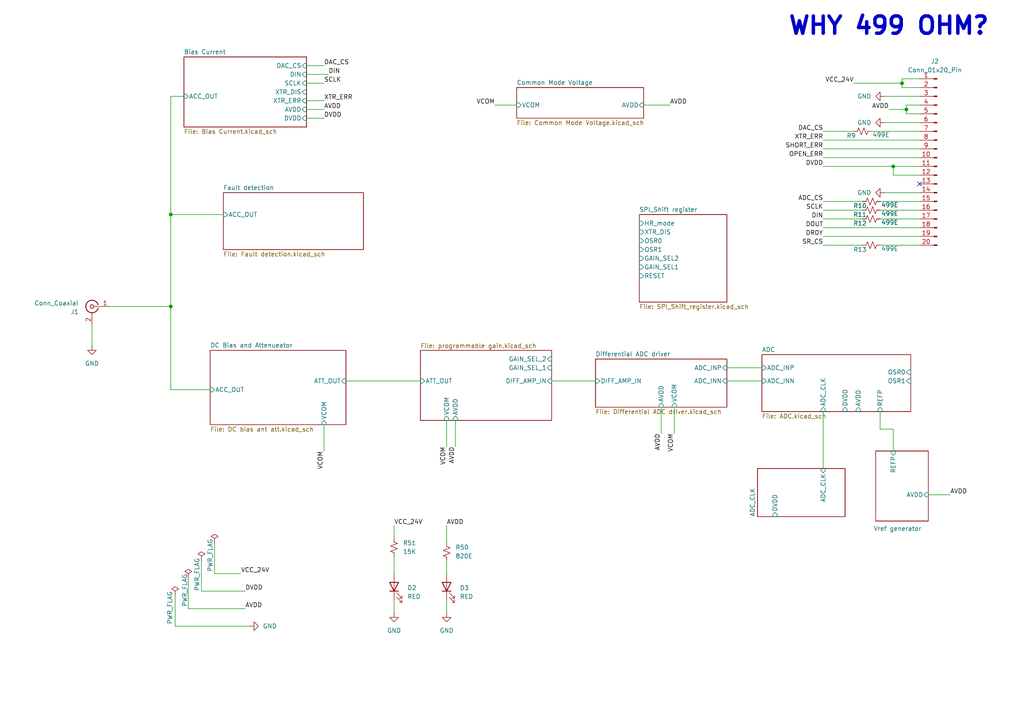
<source format=kicad_sch>
(kicad_sch (version 20231120) (generator "eeschema") (generator_version "8.0")
  (paper "A4")
  (lib_symbols
    (symbol "Connector:Conn_01x20_Pin" (pin_names (offset 1.016) hide)
      (property "Reference" "J" (at 0 25.4 0))
      (property "Value" "Conn_01x20_Pin" (at 0 -27.94 0))
      (symbol "Conn_01x20_Pin_1_1"
        (polyline (pts (xy 1.27 -25.4) (xy 0.8636 -25.4)) (stroke (width 0.1524)))
        (polyline (pts (xy 1.27 -22.86) (xy 0.8636 -22.86)) (stroke (width 0.1524)))
        (polyline (pts (xy 1.27 -20.32) (xy 0.8636 -20.32)) (stroke (width 0.1524)))
        (polyline (pts (xy 1.27 -17.78) (xy 0.8636 -17.78)) (stroke (width 0.1524)))
        (polyline (pts (xy 1.27 -15.24) (xy 0.8636 -15.24)) (stroke (width 0.1524)))
        (polyline (pts (xy 1.27 -12.7) (xy 0.8636 -12.7)) (stroke (width 0.1524)))
        (polyline (pts (xy 1.27 -10.16) (xy 0.8636 -10.16)) (stroke (width 0.1524)))
        (polyline (pts (xy 1.27 -7.62) (xy 0.8636 -7.62)) (stroke (width 0.1524)))
        (polyline (pts (xy 1.27 -5.08) (xy 0.8636 -5.08)) (stroke (width 0.1524)))
        (polyline (pts (xy 1.27 -2.54) (xy 0.8636 -2.54)) (stroke (width 0.1524)))
        (polyline (pts (xy 1.27 0) (xy 0.8636 0)) (stroke (width 0.1524)))
        (polyline (pts (xy 1.27 2.54) (xy 0.8636 2.54)) (stroke (width 0.1524)))
        (polyline (pts (xy 1.27 5.08) (xy 0.8636 5.08)) (stroke (width 0.1524)))
        (polyline (pts (xy 1.27 7.62) (xy 0.8636 7.62)) (stroke (width 0.1524)))
        (polyline (pts (xy 1.27 10.16) (xy 0.8636 10.16)) (stroke (width 0.1524)))
        (polyline (pts (xy 1.27 12.7) (xy 0.8636 12.7)) (stroke (width 0.1524)))
        (polyline (pts (xy 1.27 15.24) (xy 0.8636 15.24)) (stroke (width 0.1524)))
        (polyline (pts (xy 1.27 17.78) (xy 0.8636 17.78)) (stroke (width 0.1524)))
        (polyline (pts (xy 1.27 20.32) (xy 0.8636 20.32)) (stroke (width 0.1524)))
        (polyline (pts (xy 1.27 22.86) (xy 0.8636 22.86)) (stroke (width 0.1524)))
        (rectangle (start 0.8636 -25.273) (end 0 -25.527) (stroke (width 0.1524)) (fill (type outline)))
        (rectangle (start 0.8636 -22.733) (end 0 -22.987) (stroke (width 0.1524)) (fill (type outline)))
        (rectangle (start 0.8636 -20.193) (end 0 -20.447) (stroke (width 0.1524)) (fill (type outline)))
        (rectangle (start 0.8636 -17.653) (end 0 -17.907) (stroke (width 0.1524)) (fill (type outline)))
        (rectangle (start 0.8636 -15.113) (end 0 -15.367) (stroke (width 0.1524)) (fill (type outline)))
        (rectangle (start 0.8636 -12.573) (end 0 -12.827) (stroke (width 0.1524)) (fill (type outline)))
        (rectangle (start 0.8636 -10.033) (end 0 -10.287) (stroke (width 0.1524)) (fill (type outline)))
        (rectangle (start 0.8636 -7.493) (end 0 -7.747) (stroke (width 0.1524)) (fill (type outline)))
        (rectangle (start 0.8636 -4.953) (end 0 -5.207) (stroke (width 0.1524)) (fill (type outline)))
        (rectangle (start 0.8636 -2.413) (end 0 -2.667) (stroke (width 0.1524)) (fill (type outline)))
        (rectangle (start 0.8636 0.127) (end 0 -0.127) (stroke (width 0.1524)) (fill (type outline)))
        (rectangle (start 0.8636 2.667) (end 0 2.413) (stroke (width 0.1524)) (fill (type outline)))
        (rectangle (start 0.8636 5.207) (end 0 4.953) (stroke (width 0.1524)) (fill (type outline)))
        (rectangle (start 0.8636 7.747) (end 0 7.493) (stroke (width 0.1524)) (fill (type outline)))
        (rectangle (start 0.8636 10.287) (end 0 10.033) (stroke (width 0.1524)) (fill (type outline)))
        (rectangle (start 0.8636 12.827) (end 0 12.573) (stroke (width 0.1524)) (fill (type outline)))
        (rectangle (start 0.8636 15.367) (end 0 15.113) (stroke (width 0.1524)) (fill (type outline)))
        (rectangle (start 0.8636 17.907) (end 0 17.653) (stroke (width 0.1524)) (fill (type outline)))
        (rectangle (start 0.8636 20.447) (end 0 20.193) (stroke (width 0.1524)) (fill (type outline)))
        (rectangle (start 0.8636 22.987) (end 0 22.733) (stroke (width 0.1524)) (fill (type outline)))
        (pin passive line (at 5.08 22.86 180) (length 3.81) (name "Pin_1") (number "1"))
        (pin passive line (at 5.08 0 180) (length 3.81) (name "Pin_10") (number "10"))
        (pin passive line (at 5.08 -2.54 180) (length 3.81) (name "Pin_11") (number "11"))
        (pin passive line (at 5.08 -5.08 180) (length 3.81) (name "Pin_12") (number "12"))
        (pin passive line (at 5.08 -7.62 180) (length 3.81) (name "Pin_13") (number "13"))
        (pin passive line (at 5.08 -10.16 180) (length 3.81) (name "Pin_14") (number "14"))
        (pin passive line (at 5.08 -12.7 180) (length 3.81) (name "Pin_15") (number "15"))
        (pin passive line (at 5.08 -15.24 180) (length 3.81) (name "Pin_16") (number "16"))
        (pin passive line (at 5.08 -17.78 180) (length 3.81) (name "Pin_17") (number "17"))
        (pin passive line (at 5.08 -20.32 180) (length 3.81) (name "Pin_18") (number "18"))
        (pin passive line (at 5.08 -22.86 180) (length 3.81) (name "Pin_19") (number "19"))
        (pin passive line (at 5.08 20.32 180) (length 3.81) (name "Pin_2") (number "2"))
        (pin passive line (at 5.08 -25.4 180) (length 3.81) (name "Pin_20") (number "20"))
        (pin passive line (at 5.08 17.78 180) (length 3.81) (name "Pin_3") (number "3"))
        (pin passive line (at 5.08 15.24 180) (length 3.81) (name "Pin_4") (number "4"))
        (pin passive line (at 5.08 12.7 180) (length 3.81) (name "Pin_5") (number "5"))
        (pin passive line (at 5.08 10.16 180) (length 3.81) (name "Pin_6") (number "6"))
        (pin passive line (at 5.08 7.62 180) (length 3.81) (name "Pin_7") (number "7"))
        (pin passive line (at 5.08 5.08 180) (length 3.81) (name "Pin_8") (number "8"))
        (pin passive line (at 5.08 2.54 180) (length 3.81) (name "Pin_9") (number "9"))
      )
    )
    (symbol "Connector:Conn_Coaxial" (pin_names (offset 1.016) hide)
      (property "Reference" "J" (at 0.254 3.048 0))
      (property "Value" "Conn_Coaxial" (at 2.921 0 90))
      (symbol "Conn_Coaxial_0_1"
        (arc (start -1.778 -0.508) (mid 0.2311 -1.8066) (end 1.778 0) (stroke (width 0.254)))
        (polyline (pts (xy -2.54 0) (xy -0.508 0)))
        (polyline (pts (xy 0 -2.54) (xy 0 -1.778)))
        (circle (center 0 0) (radius 0.508) (stroke (width 0.2032)))
        (arc (start 1.778 0) (mid 0.2099 1.8101) (end -1.778 0.508) (stroke (width 0.254)))
      )
      (symbol "Conn_Coaxial_1_1"
        (pin passive line (at -5.08 0 0) (length 2.54) (name "In") (number "1"))
        (pin passive line (at 0 -5.08 90) (length 2.54) (name "Ext") (number "2"))
      )
    )
    (symbol "Device:LED" (pin_numbers hide) (pin_names (offset 1.016) hide)
      (property "Reference" "D" (at 0 2.54 0))
      (property "Value" "LED" (at 0 -2.54 0))
      (symbol "LED_0_1"
        (polyline (pts (xy -1.27 -1.27) (xy -1.27 1.27)) (stroke (width 0.254)))
        (polyline (pts (xy -1.27 0) (xy 1.27 0)))
        (polyline (pts (xy 1.27 -1.27) (xy 1.27 1.27) (xy -1.27 0) (xy 1.27 -1.27)) (stroke (width 0.254)))
        (polyline (pts (xy -3.048 -0.762) (xy -4.572 -2.286) (xy -3.81 -2.286) (xy -4.572 -2.286) (xy -4.572 -1.524)))
        (polyline (pts (xy -1.778 -0.762) (xy -3.302 -2.286) (xy -2.54 -2.286) (xy -3.302 -2.286) (xy -3.302 -1.524)))
      )
      (symbol "LED_1_1"
        (pin passive line (at -3.81 0 0) (length 2.54) (name "K") (number "1"))
        (pin passive line (at 3.81 0 180) (length 2.54) (name "A") (number "2"))
      )
    )
    (symbol "Device:R_Small_US" (pin_numbers hide) (pin_names (offset 0.254) hide)
      (property "Reference" "R" (at 0.762 0.508 0))
      (property "Value" "R_Small_US" (at 0.762 -1.016 0))
      (symbol "R_Small_US_1_1"
        (polyline (pts (xy 0 0) (xy 1.016 -0.381) (xy 0 -0.762) (xy -1.016 -1.143) (xy 0 -1.524)))
        (polyline (pts (xy 0 1.524) (xy 1.016 1.143) (xy 0 0.762) (xy -1.016 0.381) (xy 0 0)))
        (pin passive line (at 0 2.54 270) (length 1.016) (name "~") (number "1"))
        (pin passive line (at 0 -2.54 90) (length 1.016) (name "~") (number "2"))
      )
    )
    (symbol "power:GND" (power) (pin_numbers hide) (pin_names (offset 0) hide)
      (property "Value" "GND" (at 0 -3.81 0))
      (symbol "GND_0_1"
        (polyline (pts (xy 0 0) (xy 0 -1.27) (xy 1.27 -1.27) (xy 0 -2.54) (xy -1.27 -1.27) (xy 0 -1.27)))
      )
      (symbol "GND_1_1"
        (pin power_in line (at 0 0 270) (length 0) (name "~") (number "1"))
      )
    )
    (symbol "power:PWR_FLAG" (power) (pin_numbers hide) (pin_names (offset 0) hide)
      (property "Value" "PWR_FLAG" (at 0 3.81 0))
      (symbol "PWR_FLAG_0_0"
        (pin power_out line (at 0 0 90) (length 0) (name "~") (number "1"))
      )
      (symbol "PWR_FLAG_0_1"
        (polyline (pts (xy 0 0) (xy 0 1.27) (xy -1.016 1.905) (xy 0 2.54) (xy 1.016 1.905) (xy 0 1.27)))
      )
    )
  )
  (junction (at 49.53 88.9))
  (junction (at 261.62 24.13))
  (junction (at 262.89 31.75))
  (junction (at 49.53 62.23))
  (junction (at 259.08 48.26))
  (no_connect (at 266.7 53.34))
  (wire (pts (xy 195.58 118.11) (xy 195.58 125.73)))
  (wire (pts (xy 49.53 62.23) (xy 49.53 88.9)))
  (wire (pts (xy 255.27 60.96) (xy 266.7 60.96)))
  (wire (pts (xy 129.54 173.99) (xy 129.54 177.8)))
  (wire (pts (xy 132.08 121.92) (xy 132.08 129.54)))
  (wire (pts (xy 238.76 71.12) (xy 250.19 71.12)))
  (wire (pts (xy 88.9 29.21) (xy 93.98 29.21)))
  (wire (pts (xy 255.27 71.12) (xy 266.7 71.12)))
  (wire (pts (xy 114.3 161.29) (xy 114.3 166.37)))
  (wire (pts (xy 255.27 58.42) (xy 266.7 58.42)))
  (wire (pts (xy 93.98 123.19) (xy 93.98 130.81)))
  (wire (pts (xy 210.82 110.49) (xy 220.98 110.49)))
  (wire (pts (xy 256.54 55.88) (xy 266.7 55.88)))
  (wire (pts (xy 54.61 176.53) (xy 71.12 176.53)))
  (wire (pts (xy 50.8 172.72) (xy 50.8 181.61)))
  (wire (pts (xy 88.9 34.29) (xy 93.98 34.29)))
  (wire (pts (xy 129.54 121.92) (xy 129.54 129.54)))
  (wire (pts (xy 58.42 171.45) (xy 71.12 171.45)))
  (wire (pts (xy 49.53 62.23) (xy 64.77 62.23)))
  (wire (pts (xy 255.27 63.5) (xy 266.7 63.5)))
  (wire (pts (xy 238.76 60.96) (xy 250.19 60.96)))
  (wire (pts (xy 31.75 88.9) (xy 49.53 88.9)))
  (wire (pts (xy 262.89 33.02) (xy 266.7 33.02)))
  (wire (pts (xy 266.7 30.48) (xy 262.89 30.48)))
  (wire (pts (xy 261.62 25.4) (xy 261.62 24.13)))
  (wire (pts (xy 261.62 22.86) (xy 266.7 22.86)))
  (wire (pts (xy 50.8 181.61) (xy 72.39 181.61)))
  (wire (pts (xy 238.76 40.64) (xy 266.7 40.64)))
  (wire (pts (xy 129.54 152.4) (xy 129.54 157.48)))
  (wire (pts (xy 238.76 43.18) (xy 266.7 43.18)))
  (wire (pts (xy 49.53 113.03) (xy 49.53 88.9)))
  (wire (pts (xy 238.76 63.5) (xy 250.19 63.5)))
  (wire (pts (xy 54.61 167.64) (xy 54.61 176.53)))
  (wire (pts (xy 160.02 110.49) (xy 172.72 110.49)))
  (wire (pts (xy 262.89 30.48) (xy 262.89 31.75)))
  (wire (pts (xy 60.96 113.03) (xy 49.53 113.03)))
  (wire (pts (xy 259.08 50.8) (xy 259.08 48.26)))
  (wire (pts (xy 247.65 24.13) (xy 261.62 24.13)))
  (wire (pts (xy 88.9 21.59) (xy 95.25 21.59)))
  (wire (pts (xy 255.27 124.46) (xy 255.27 119.38)))
  (wire (pts (xy 256.54 27.94) (xy 266.7 27.94)))
  (wire (pts (xy 238.76 45.72) (xy 266.7 45.72)))
  (wire (pts (xy 259.08 130.81) (xy 259.08 124.46)))
  (wire (pts (xy 53.34 27.94) (xy 49.53 27.94)))
  (wire (pts (xy 259.08 124.46) (xy 255.27 124.46)))
  (wire (pts (xy 114.3 152.4) (xy 114.3 156.21)))
  (wire (pts (xy 238.76 68.58) (xy 266.7 68.58)))
  (wire (pts (xy 266.7 25.4) (xy 261.62 25.4)))
  (wire (pts (xy 256.54 35.56) (xy 266.7 35.56)))
  (wire (pts (xy 143.51 30.48) (xy 149.86 30.48)))
  (wire (pts (xy 261.62 24.13) (xy 261.62 22.86)))
  (wire (pts (xy 257.81 31.75) (xy 262.89 31.75)))
  (wire (pts (xy 262.89 31.75) (xy 262.89 33.02)))
  (wire (pts (xy 191.77 118.11) (xy 191.77 125.73)))
  (wire (pts (xy 26.67 93.98) (xy 26.67 100.33)))
  (wire (pts (xy 238.76 66.04) (xy 266.7 66.04)))
  (wire (pts (xy 62.23 166.37) (xy 69.85 166.37)))
  (wire (pts (xy 88.9 24.13) (xy 93.98 24.13)))
  (wire (pts (xy 114.3 173.99) (xy 114.3 177.8)))
  (wire (pts (xy 100.33 110.49) (xy 121.92 110.49)))
  (wire (pts (xy 238.76 119.38) (xy 238.76 135.89)))
  (wire (pts (xy 210.82 106.68) (xy 220.98 106.68)))
  (wire (pts (xy 129.54 162.56) (xy 129.54 166.37)))
  (wire (pts (xy 238.76 58.42) (xy 250.19 58.42)))
  (wire (pts (xy 266.7 50.8) (xy 259.08 50.8)))
  (wire (pts (xy 88.9 31.75) (xy 93.98 31.75)))
  (wire (pts (xy 238.76 38.1) (xy 247.65 38.1)))
  (wire (pts (xy 88.9 19.05) (xy 93.98 19.05)))
  (wire (pts (xy 238.76 48.26) (xy 259.08 48.26)))
  (wire (pts (xy 58.42 162.56) (xy 58.42 171.45)))
  (wire (pts (xy 49.53 27.94) (xy 49.53 62.23)))
  (wire (pts (xy 252.73 38.1) (xy 266.7 38.1)))
  (wire (pts (xy 259.08 48.26) (xy 266.7 48.26)))
  (wire (pts (xy 269.24 143.51) (xy 275.59 143.51)))
  (wire (pts (xy 186.69 30.48) (xy 194.31 30.48)))
  (wire (pts (xy 62.23 157.48) (xy 62.23 166.37)))
  (text "WHY 499 OHM?" (at 257.81 7.62 0) (effects (font (size 5 5) (thickness 1) (bold yes))))
  (label "SHORT_ERR" (at 238.76 43.18 180))
  (label "AVDD" (at 257.81 31.75 180))
  (label "VCC_24V" (at 247.65 24.13 180))
  (label "VCOM" (at 93.98 130.81 270))
  (label "AVDD" (at 132.08 129.54 270))
  (label "XTR_ERR" (at 93.98 29.21 0))
  (label "ADC_CS" (at 238.76 58.42 180))
  (label "VCC_24V" (at 69.85 166.37 0))
  (label "DIN" (at 95.25 21.59 0))
  (label "SCLK" (at 93.98 24.13 0))
  (label "DAC_CS" (at 238.76 38.1 180))
  (label "VCC_24V" (at 114.3 152.4 0))
  (label "AVDD" (at 275.59 143.51 0))
  (label "DOUT" (at 238.76 66.04 180))
  (label "SR_CS" (at 238.76 71.12 180))
  (label "SCLK" (at 238.76 60.96 180))
  (label "AVDD" (at 93.98 31.75 0))
  (label "DVDD" (at 93.98 34.29 0))
  (label "AVDD" (at 71.12 176.53 0))
  (label "XTR_ERR" (at 238.76 40.64 180))
  (label "DVDD" (at 71.12 171.45 0))
  (label "AVDD" (at 191.77 125.73 270))
  (label "VCOM" (at 143.51 30.48 180))
  (label "AVDD" (at 129.54 152.4 0))
  (label "DAC_CS" (at 93.98 19.05 0))
  (label "DRDY" (at 238.76 68.58 180))
  (label "VCOM" (at 129.54 129.54 270))
  (label "DIN" (at 238.76 63.5 180))
  (label "OPEN_ERR" (at 238.76 45.72 180))
  (label "VCOM" (at 195.58 125.73 270))
  (label "AVDD" (at 194.31 30.48 0))
  (label "DVDD" (at 238.76 48.26 180))
  (symbol (lib_id "power:PWR_FLAG") (at 62.23 157.48 0) (unit 1)
    (property "Reference" "#FLG01" (effects (hide yes)))
    (property "Value" "PWR_FLAG" (at 60.96 161.036 90))
    (property "Description" "Special symbol for telling ERC where power comes from" (effects (hide yes)))
  )
  (symbol (lib_id "Device:R_Small_US") (at 252.73 58.42 90) (unit 1)
    (property "Reference" "R10" (at 249.428 59.69 90))
    (property "Value" "499E" (at 258.064 59.436 90))
    (property "Description" "Resistor, small US symbol" (effects (hide yes)))
  )
  (symbol (lib_id "power:PWR_FLAG") (at 54.61 167.64 0) (unit 1)
    (property "Reference" "#FLG03" (effects (hide yes)))
    (property "Value" "PWR_FLAG" (at 53.594 171.196 90))
    (property "Description" "Special symbol for telling ERC where power comes from" (effects (hide yes)))
  )
  (symbol (lib_id "power:PWR_FLAG") (at 58.42 162.56 0) (unit 1)
    (property "Reference" "#FLG02" (effects (hide yes)))
    (property "Value" "PWR_FLAG" (at 57.15 166.624 90))
    (property "Description" "Special symbol for telling ERC where power comes from" (effects (hide yes)))
  )
  (symbol (lib_id "Device:R_Small_US") (at 252.73 63.5 90) (unit 1)
    (property "Reference" "R12" (at 249.428 64.77 90))
    (property "Value" "499E" (at 258.064 64.516 90))
    (property "Description" "Resistor, small US symbol" (effects (hide yes)))
  )
  (symbol (lib_id "power:GND") (at 114.3 177.8 0) (unit 1)
    (property "Reference" "#PWR052" (effects (hide yes)))
    (property "Value" "GND" (at 114.3 182.88 0))
    (property "Description" "Power symbol creates a global label with name \"GND\" , ground" (effects (hide yes)))
  )
  (symbol (lib_id "Device:R_Small_US") (at 114.3 158.75 0) (unit 1)
    (property "Reference" "R51" (at 116.84 157.4799 0) (effects (justify left)))
    (property "Value" "15K" (at 116.84 160.0199 0) (effects (justify left)))
    (property "Description" "Resistor, small US symbol" (effects (hide yes)))
  )
  (symbol (lib_id "Device:R_Small_US") (at 252.73 71.12 90) (unit 1)
    (property "Reference" "R13" (at 249.428 72.39 90))
    (property "Value" "499E" (at 258.064 72.136 90))
    (property "Description" "Resistor, small US symbol" (effects (hide yes)))
  )
  (symbol (lib_id "Device:R_Small_US") (at 252.73 60.96 90) (unit 1)
    (property "Reference" "R11" (at 249.428 62.23 90))
    (property "Value" "499E" (at 258.064 61.976 90))
    (property "Description" "Resistor, small US symbol" (effects (hide yes)))
  )
  (symbol (lib_id "power:GND") (at 72.39 181.61 90) (unit 1)
    (property "Reference" "#PWR012" (effects (hide yes)))
    (property "Value" "GND" (at 76.2 181.6099 90) (effects (justify right)))
    (property "Description" "Power symbol creates a global label with name \"GND\" , ground" (effects (hide yes)))
  )
  (symbol (lib_id "power:GND") (at 129.54 177.8 0) (unit 1)
    (property "Reference" "#PWR053" (effects (hide yes)))
    (property "Value" "GND" (at 129.54 182.88 0))
    (property "Description" "Power symbol creates a global label with name \"GND\" , ground" (effects (hide yes)))
  )
  (symbol (lib_id "Device:LED") (at 114.3 170.18 90) (unit 1)
    (property "Reference" "D2" (at 118.11 170.4974 90) (effects (justify right)))
    (property "Value" "RED" (at 118.11 173.0374 90) (effects (justify right)))
    (property "Description" "Light emitting diode" (effects (hide yes)))
  )
  (symbol (lib_id "power:PWR_FLAG") (at 50.8 172.72 0) (unit 1)
    (property "Reference" "#FLG04" (effects (hide yes)))
    (property "Value" "PWR_FLAG" (at 49.276 176.276 90))
    (property "Description" "Special symbol for telling ERC where power comes from" (effects (hide yes)))
  )
  (symbol (lib_id "power:GND") (at 256.54 27.94 270) (unit 1)
    (property "Reference" "#PWR013" (effects (hide yes)))
    (property "Value" "GND" (at 252.73 27.9399 90) (effects (justify right)))
    (property "Description" "Power symbol creates a global label with name \"GND\" , ground" (effects (hide yes)))
  )
  (symbol (lib_id "Device:R_Small_US") (at 250.19 38.1 90) (unit 1)
    (property "Reference" "R9" (at 246.888 39.37 90))
    (property "Value" "499E" (at 255.524 39.116 90))
    (property "Description" "Resistor, small US symbol" (effects (hide yes)))
  )
  (symbol (lib_id "Device:LED") (at 129.54 170.18 90) (unit 1)
    (property "Reference" "D3" (at 133.35 170.4974 90) (effects (justify right)))
    (property "Value" "RED" (at 133.35 173.0374 90) (effects (justify right)))
    (property "Description" "Light emitting diode" (effects (hide yes)))
  )
  (symbol (lib_id "power:GND") (at 26.67 100.33 0) (unit 1)
    (property "Reference" "#PWR05" (effects (hide yes)))
    (property "Value" "GND" (at 26.67 105.41 0))
    (property "Description" "Power symbol creates a global label with name \"GND\" , ground" (effects (hide yes)))
  )
  (symbol (lib_id "power:GND") (at 256.54 35.56 270) (unit 1)
    (property "Reference" "#PWR014" (effects (hide yes)))
    (property "Value" "GND" (at 252.73 35.5599 90) (effects (justify right)))
    (property "Description" "Power symbol creates a global label with name \"GND\" , ground" (effects (hide yes)))
  )
  (symbol (lib_id "Connector:Conn_01x20_Pin") (at 271.78 45.72 0) (mirror y) (unit 1)
    (property "Reference" "J2" (at 271.145 17.78 0))
    (property "Value" "Conn_01x20_Pin" (at 271.145 20.32 0))
    (property "Description" "Generic connector, single row, 01x20, script generated" (effects (hide yes)))
  )
  (symbol (lib_id "power:GND") (at 256.54 55.88 270) (unit 1)
    (property "Reference" "#PWR015" (effects (hide yes)))
    (property "Value" "GND" (at 252.73 55.8799 90) (effects (justify right)))
    (property "Description" "Power symbol creates a global label with name \"GND\" , ground" (effects (hide yes)))
  )
  (symbol (lib_id "Connector:Conn_Coaxial") (at 26.67 88.9 0) (mirror y) (unit 1)
    (property "Reference" "J1" (at 22.86 90.4633 0) (effects (justify left)))
    (property "Value" "Conn_Coaxial" (at 22.86 87.9233 0) (effects (justify left)))
    (property "Datasheet" " ~" (effects (hide yes)))
    (property "Description" "coaxial connector (BNC, SMA, SMB, SMC, Cinch/RCA, LEMO, ...)" (effects (hide yes)))
  )
  (symbol (lib_id "Device:R_Small_US") (at 129.54 160.02 0) (unit 1)
    (property "Reference" "R50" (at 132.08 158.7499 0) (effects (justify left)))
    (property "Value" "820E" (at 132.08 161.2899 0) (effects (justify left)))
    (property "Description" "Resistor, small US symbol" (effects (hide yes)))
  )
  (sheet (at 53.34 16.51) (size 35.56 20.32) (stroke (width 0.1524))
    (property "Sheetname" "Bias Current" (at 53.34 15.7984 0) (effects (justify left bottom)))
    (property "Sheetfile" "Bias Current.kicad_sch" (at 53.34 37.4146 0) (effects (justify left top)))
    (pin "DAC_CS" input (at 88.9 19.05 0))
    (pin "DIN" input (at 88.9 21.59 0))
    (pin "SCLK" input (at 88.9 24.13 0))
    (pin "XTR_DIS" input (at 88.9 26.67 0))
    (pin "XTR_ERR" input (at 88.9 29.21 0))
    (pin "ACC_OUT" input (at 53.34 27.94 180))
    (pin "AVDD" input (at 88.9 31.75 0))
    (pin "DVDD" input (at 88.9 34.29 0))
  )
  (sheet (at 64.77 55.88) (size 40.64 16.51) (stroke (width 0.1524))
    (property "Sheetname" "Fault detection" (at 64.77 55.1684 0) (effects (justify left bottom)))
    (property "Sheetfile" "Fault detection.kicad_sch" (at 64.77 72.9746 0) (effects (justify left top)))
    (pin "ACC_OUT" input (at 64.77 62.23 180))
  )
  (sheet (at 220.98 102.87) (size 43.18 16.51) (stroke (width 0.1524))
    (property "Sheetname" "ADC" (at 220.98 102.1584 0) (effects (justify left bottom)))
    (property "Sheetfile" "ADC.kicad_sch" (at 220.98 119.9646 0) (effects (justify left top)))
    (pin "DVDD" input (at 245.11 119.38 270))
    (pin "ADC_INP" input (at 220.98 106.68 180))
    (pin "AVDD" input (at 248.92 119.38 270))
    (pin "ADC_INN" input (at 220.98 110.49 180))
    (pin "OSR1" input (at 264.16 110.49 0))
    (pin "OSR0" input (at 264.16 107.95 0))
    (pin "ADC_CLK" input (at 238.76 119.38 270))
    (pin "REFP" input (at 255.27 119.38 270))
  )
  (sheet (at 185.42 62.23) (size 25.4 25.4) (stroke (width 0.1524))
    (property "Sheetname" "SPI_Shift register" (at 185.42 61.5184 0) (effects (justify left bottom)))
    (property "Sheetfile" "SPI_Shift_register.kicad_sch" (at 185.42 88.2146 0) (effects (justify left top)))
    (pin "HR_mode" input (at 185.42 64.77 180))
    (pin "XTR_DIS" input (at 185.42 67.31 180))
    (pin "OSR0" input (at 185.42 69.85 180))
    (pin "OSR1" input (at 185.42 72.39 180))
    (pin "RESET" input (at 185.42 80.01 180))
    (pin "GAIN_SEL2" input (at 185.42 74.93 180))
    (pin "GAIN_SEL1" input (at 185.42 77.47 180))
  )
  (sheet (at 60.96 101.6) (size 39.37 21.59) (stroke (width 0.1524))
    (property "Sheetname" "DC Bias and Attenueator" (at 60.96 100.8884 0) (effects (justify left bottom)))
    (property "Sheetfile" "DC bias ant att.kicad_sch" (at 60.96 123.7746 0) (effects (justify left top)))
    (pin "ACC_OUT" input (at 60.96 113.03 180))
    (pin "VCOM" input (at 93.98 123.19 270))
    (pin "ATT_OUT" input (at 100.33 110.49 0))
  )
  (sheet (at 172.72 104.14) (size 38.1 13.97) (stroke (width 0.1524))
    (property "Sheetname" "Differential ADC driver" (at 172.72 103.4284 0) (effects (justify left bottom)))
    (property "Sheetfile" "Differential ADC driver.kicad_sch" (at 172.72 118.6946 0) (effects (justify left top)))
    (pin "ADC_INP" input (at 210.82 106.68 0))
    (pin "ADC_INN" input (at 210.82 110.49 0))
    (pin "AVDD" input (at 191.77 118.11 270))
    (pin "DIFF_AMP_IN" input (at 172.72 110.49 180))
    (pin "VCOM" input (at 195.58 118.11 270))
  )
  (sheet (at 219.71 135.89) (size 25.4 13.97) (stroke (width 0.1524))
    (property "Sheetname" "ADC_CLK" (at 218.9984 149.86 90) (effects (justify left bottom)))
    (property "Sheetfile" "CMOS_Tristate_Oscillator.kicad_sch" (effects (hide yes)))
    (pin "ADC_CLK" input (at 238.76 135.89 90))
    (pin "DVDD" input (at 224.79 149.86 270))
  )
  (sheet (at 149.86 25.4) (size 36.83 8.89) (stroke (width 0.1524))
    (property "Sheetname" "Common Mode Voltage" (at 149.86 24.6884 0) (effects (justify left bottom)))
    (property "Sheetfile" "Common Mode Voltage.kicad_sch" (at 149.86 34.8746 0) (effects (justify left top)))
    (pin "VCOM" input (at 149.86 30.48 180))
    (pin "AVDD" input (at 186.69 30.48 0))
  )
  (sheet (at 121.92 101.6) (size 38.1 20.32) (stroke (width 0.1524))
    (property "Sheetname" "programmable gain" (effects (hide yes)))
    (property "Sheetfile" "programmable gain.kicad_sch" (at 121.92 99.568 0) (effects (justify left top)))
    (pin "VCOM" input (at 129.54 121.92 270))
    (pin "ATT_OUT" input (at 121.92 110.49 180))
    (pin "AVDD" input (at 132.08 121.92 270))
    (pin "DIFF_AMP_IN" input (at 160.02 110.49 0))
    (pin "GAIN_SEL_2" input (at 160.02 104.14 0))
    (pin "GAIN_SEL_1" input (at 160.02 106.68 0))
  )
  (sheet (at 254 130.81) (size 15.24 20.32) (stroke (width 0.1524))
    (property "Sheetname" "Vref generator" (at 253.365 154.051 0) (effects (justify left bottom)))
    (property "Sheetfile" "vref generator.kicad_sch" (effects (hide yes)))
    (pin "REFP" input (at 259.08 130.81 90))
    (pin "AVDD" input (at 269.24 143.51 0))
  )
)
</source>
